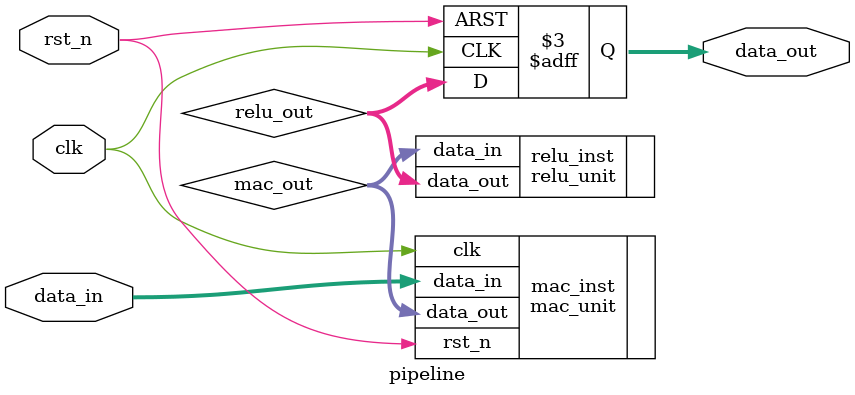
<source format=sv>
module pipeline (
    input logic clk,
    input logic rst_n,
    input logic [7:0] data_in,
    output logic [7:0] data_out
);

    logic [7:0] mac_out;
    logic [7:0] relu_out;

    // Instantiate the MAC unit
    mac_unit mac_inst (
        .clk(clk),
        .rst_n(rst_n),
        .data_in(data_in),
        .data_out(mac_out)
    );

    // Instantiate the ReLU unit
    relu_unit relu_inst (
        .data_in(mac_out),
        .data_out(relu_out)
    );

    // Output the final result
    always_ff @(posedge clk or negedge rst_n) begin
        if (!rst_n) begin
            data_out <= 8'b0;
        end else begin
            data_out <= relu_out;
        end
    end

endmodule
</source>
